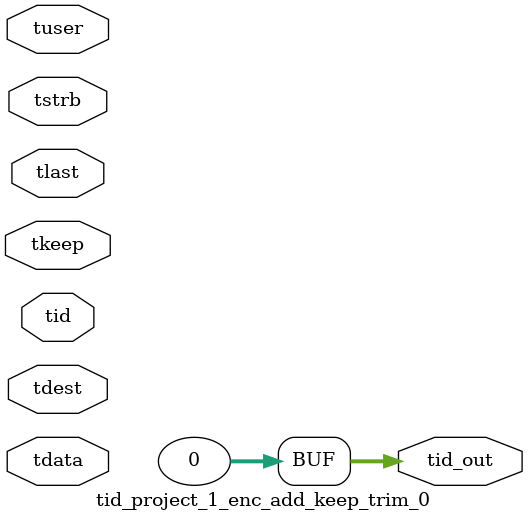
<source format=v>


`timescale 1ps/1ps

module tid_project_1_enc_add_keep_trim_0 #
(
parameter C_S_AXIS_TID_WIDTH   = 1,
parameter C_S_AXIS_TUSER_WIDTH = 0,
parameter C_S_AXIS_TDATA_WIDTH = 0,
parameter C_S_AXIS_TDEST_WIDTH = 0,
parameter C_M_AXIS_TID_WIDTH   = 32
)
(
input  [(C_S_AXIS_TID_WIDTH   == 0 ? 1 : C_S_AXIS_TID_WIDTH)-1:0       ] tid,
input  [(C_S_AXIS_TDATA_WIDTH == 0 ? 1 : C_S_AXIS_TDATA_WIDTH)-1:0     ] tdata,
input  [(C_S_AXIS_TUSER_WIDTH == 0 ? 1 : C_S_AXIS_TUSER_WIDTH)-1:0     ] tuser,
input  [(C_S_AXIS_TDEST_WIDTH == 0 ? 1 : C_S_AXIS_TDEST_WIDTH)-1:0     ] tdest,
input  [(C_S_AXIS_TDATA_WIDTH/8)-1:0 ] tkeep,
input  [(C_S_AXIS_TDATA_WIDTH/8)-1:0 ] tstrb,
input                                                                    tlast,
output [(C_M_AXIS_TID_WIDTH   == 0 ? 1 : C_M_AXIS_TID_WIDTH)-1:0       ] tid_out
);

assign tid_out = {1'b0};

endmodule


</source>
